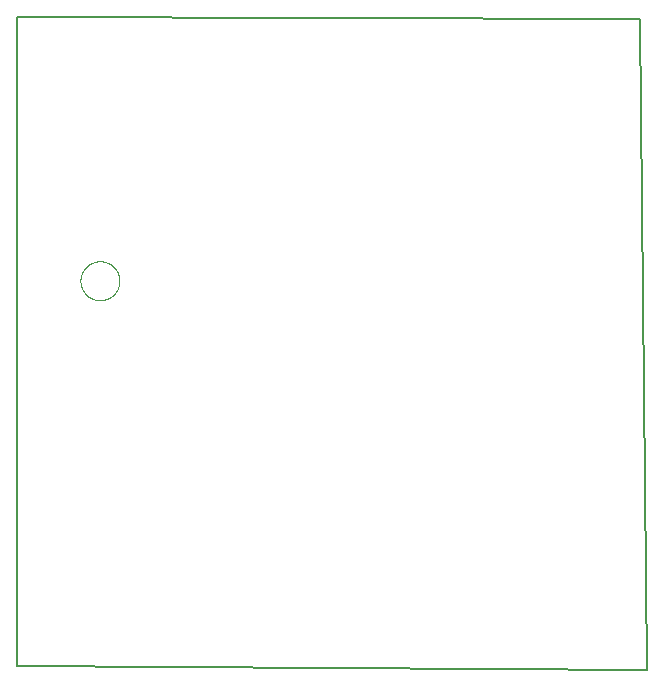
<source format=gtp>
G75*
%MOIN*%
%OFA0B0*%
%FSLAX25Y25*%
%IPPOS*%
%LPD*%
%AMOC8*
5,1,8,0,0,1.08239X$1,22.5*
%
%ADD10C,0.00500*%
%ADD11C,0.00000*%
D10*
X0028578Y0021275D02*
X0028578Y0237575D01*
X0236478Y0236875D01*
X0238578Y0019875D01*
X0028578Y0021275D01*
D11*
X0049878Y0149575D02*
X0049880Y0149736D01*
X0049886Y0149896D01*
X0049896Y0150057D01*
X0049910Y0150217D01*
X0049928Y0150377D01*
X0049949Y0150536D01*
X0049975Y0150695D01*
X0050005Y0150853D01*
X0050038Y0151010D01*
X0050076Y0151167D01*
X0050117Y0151322D01*
X0050162Y0151476D01*
X0050211Y0151629D01*
X0050264Y0151781D01*
X0050320Y0151932D01*
X0050381Y0152081D01*
X0050444Y0152229D01*
X0050512Y0152375D01*
X0050583Y0152519D01*
X0050657Y0152661D01*
X0050735Y0152802D01*
X0050817Y0152940D01*
X0050902Y0153077D01*
X0050990Y0153211D01*
X0051082Y0153343D01*
X0051177Y0153473D01*
X0051275Y0153601D01*
X0051376Y0153726D01*
X0051480Y0153848D01*
X0051587Y0153968D01*
X0051697Y0154085D01*
X0051810Y0154200D01*
X0051926Y0154311D01*
X0052045Y0154420D01*
X0052166Y0154525D01*
X0052290Y0154628D01*
X0052416Y0154728D01*
X0052544Y0154824D01*
X0052675Y0154917D01*
X0052809Y0155007D01*
X0052944Y0155094D01*
X0053082Y0155177D01*
X0053221Y0155257D01*
X0053363Y0155333D01*
X0053506Y0155406D01*
X0053651Y0155475D01*
X0053798Y0155541D01*
X0053946Y0155603D01*
X0054096Y0155661D01*
X0054247Y0155716D01*
X0054400Y0155767D01*
X0054554Y0155814D01*
X0054709Y0155857D01*
X0054865Y0155896D01*
X0055021Y0155932D01*
X0055179Y0155963D01*
X0055337Y0155991D01*
X0055496Y0156015D01*
X0055656Y0156035D01*
X0055816Y0156051D01*
X0055976Y0156063D01*
X0056137Y0156071D01*
X0056298Y0156075D01*
X0056458Y0156075D01*
X0056619Y0156071D01*
X0056780Y0156063D01*
X0056940Y0156051D01*
X0057100Y0156035D01*
X0057260Y0156015D01*
X0057419Y0155991D01*
X0057577Y0155963D01*
X0057735Y0155932D01*
X0057891Y0155896D01*
X0058047Y0155857D01*
X0058202Y0155814D01*
X0058356Y0155767D01*
X0058509Y0155716D01*
X0058660Y0155661D01*
X0058810Y0155603D01*
X0058958Y0155541D01*
X0059105Y0155475D01*
X0059250Y0155406D01*
X0059393Y0155333D01*
X0059535Y0155257D01*
X0059674Y0155177D01*
X0059812Y0155094D01*
X0059947Y0155007D01*
X0060081Y0154917D01*
X0060212Y0154824D01*
X0060340Y0154728D01*
X0060466Y0154628D01*
X0060590Y0154525D01*
X0060711Y0154420D01*
X0060830Y0154311D01*
X0060946Y0154200D01*
X0061059Y0154085D01*
X0061169Y0153968D01*
X0061276Y0153848D01*
X0061380Y0153726D01*
X0061481Y0153601D01*
X0061579Y0153473D01*
X0061674Y0153343D01*
X0061766Y0153211D01*
X0061854Y0153077D01*
X0061939Y0152940D01*
X0062021Y0152802D01*
X0062099Y0152661D01*
X0062173Y0152519D01*
X0062244Y0152375D01*
X0062312Y0152229D01*
X0062375Y0152081D01*
X0062436Y0151932D01*
X0062492Y0151781D01*
X0062545Y0151629D01*
X0062594Y0151476D01*
X0062639Y0151322D01*
X0062680Y0151167D01*
X0062718Y0151010D01*
X0062751Y0150853D01*
X0062781Y0150695D01*
X0062807Y0150536D01*
X0062828Y0150377D01*
X0062846Y0150217D01*
X0062860Y0150057D01*
X0062870Y0149896D01*
X0062876Y0149736D01*
X0062878Y0149575D01*
X0062876Y0149414D01*
X0062870Y0149254D01*
X0062860Y0149093D01*
X0062846Y0148933D01*
X0062828Y0148773D01*
X0062807Y0148614D01*
X0062781Y0148455D01*
X0062751Y0148297D01*
X0062718Y0148140D01*
X0062680Y0147983D01*
X0062639Y0147828D01*
X0062594Y0147674D01*
X0062545Y0147521D01*
X0062492Y0147369D01*
X0062436Y0147218D01*
X0062375Y0147069D01*
X0062312Y0146921D01*
X0062244Y0146775D01*
X0062173Y0146631D01*
X0062099Y0146489D01*
X0062021Y0146348D01*
X0061939Y0146210D01*
X0061854Y0146073D01*
X0061766Y0145939D01*
X0061674Y0145807D01*
X0061579Y0145677D01*
X0061481Y0145549D01*
X0061380Y0145424D01*
X0061276Y0145302D01*
X0061169Y0145182D01*
X0061059Y0145065D01*
X0060946Y0144950D01*
X0060830Y0144839D01*
X0060711Y0144730D01*
X0060590Y0144625D01*
X0060466Y0144522D01*
X0060340Y0144422D01*
X0060212Y0144326D01*
X0060081Y0144233D01*
X0059947Y0144143D01*
X0059812Y0144056D01*
X0059674Y0143973D01*
X0059535Y0143893D01*
X0059393Y0143817D01*
X0059250Y0143744D01*
X0059105Y0143675D01*
X0058958Y0143609D01*
X0058810Y0143547D01*
X0058660Y0143489D01*
X0058509Y0143434D01*
X0058356Y0143383D01*
X0058202Y0143336D01*
X0058047Y0143293D01*
X0057891Y0143254D01*
X0057735Y0143218D01*
X0057577Y0143187D01*
X0057419Y0143159D01*
X0057260Y0143135D01*
X0057100Y0143115D01*
X0056940Y0143099D01*
X0056780Y0143087D01*
X0056619Y0143079D01*
X0056458Y0143075D01*
X0056298Y0143075D01*
X0056137Y0143079D01*
X0055976Y0143087D01*
X0055816Y0143099D01*
X0055656Y0143115D01*
X0055496Y0143135D01*
X0055337Y0143159D01*
X0055179Y0143187D01*
X0055021Y0143218D01*
X0054865Y0143254D01*
X0054709Y0143293D01*
X0054554Y0143336D01*
X0054400Y0143383D01*
X0054247Y0143434D01*
X0054096Y0143489D01*
X0053946Y0143547D01*
X0053798Y0143609D01*
X0053651Y0143675D01*
X0053506Y0143744D01*
X0053363Y0143817D01*
X0053221Y0143893D01*
X0053082Y0143973D01*
X0052944Y0144056D01*
X0052809Y0144143D01*
X0052675Y0144233D01*
X0052544Y0144326D01*
X0052416Y0144422D01*
X0052290Y0144522D01*
X0052166Y0144625D01*
X0052045Y0144730D01*
X0051926Y0144839D01*
X0051810Y0144950D01*
X0051697Y0145065D01*
X0051587Y0145182D01*
X0051480Y0145302D01*
X0051376Y0145424D01*
X0051275Y0145549D01*
X0051177Y0145677D01*
X0051082Y0145807D01*
X0050990Y0145939D01*
X0050902Y0146073D01*
X0050817Y0146210D01*
X0050735Y0146348D01*
X0050657Y0146489D01*
X0050583Y0146631D01*
X0050512Y0146775D01*
X0050444Y0146921D01*
X0050381Y0147069D01*
X0050320Y0147218D01*
X0050264Y0147369D01*
X0050211Y0147521D01*
X0050162Y0147674D01*
X0050117Y0147828D01*
X0050076Y0147983D01*
X0050038Y0148140D01*
X0050005Y0148297D01*
X0049975Y0148455D01*
X0049949Y0148614D01*
X0049928Y0148773D01*
X0049910Y0148933D01*
X0049896Y0149093D01*
X0049886Y0149254D01*
X0049880Y0149414D01*
X0049878Y0149575D01*
M02*

</source>
